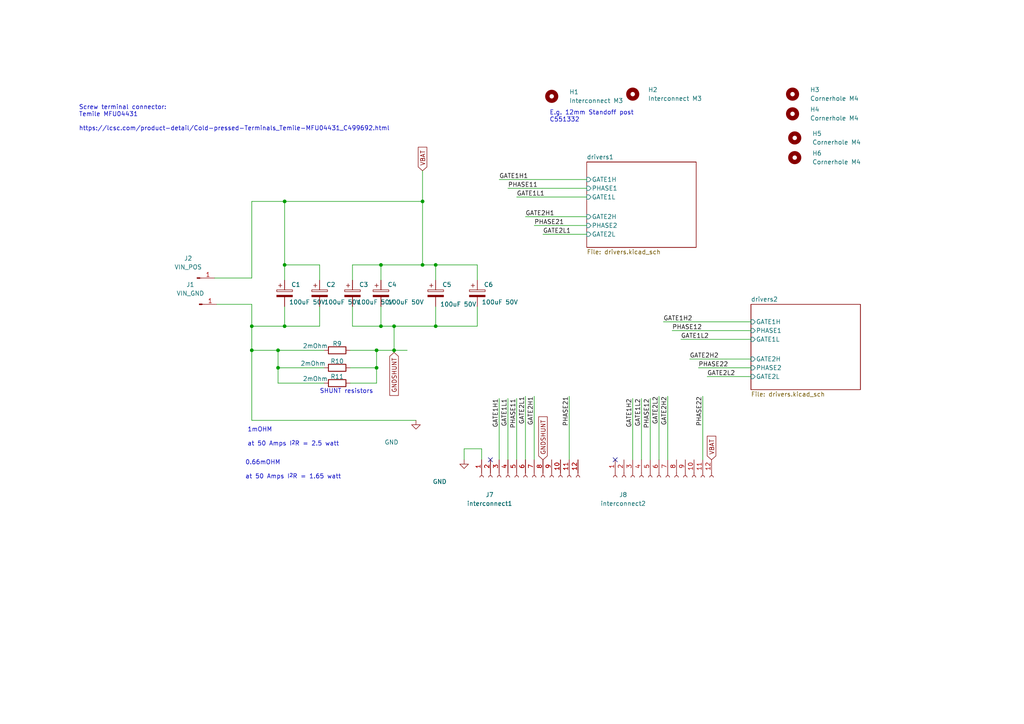
<source format=kicad_sch>
(kicad_sch (version 20210621) (generator eeschema)
  (paper "A4")
  (title_block (title "Feather ESC Power Board") (date "2021-11-20"))
  (lib_symbols
    (symbol "Connector:Conn_01x01_Male" (pin_names (offset 1.016) hide)
      (property "Reference" "J" (at 0 2.54 0))
      (property "Value" "Conn_01x01_Male" (at 0 -2.54 0))
      (symbol "Conn_01x01_Male_1_1"
        (polyline (pts (xy 1.27 0) (xy 0.8636 0)) (stroke (width 0.1524)))
        (rectangle (start 0.8636 0.127) (end 0 -0.127) (stroke (width 0.1524)) (fill (type outline)))
        (pin passive line (at 5.08 0 180) (length 3.81) (name "Pin_1") (number "1"))
      )
    )
    (symbol "Connector:Conn_01x12_Female" (pin_names (offset 1.016) hide)
      (property "Reference" "J" (at 0 15.24 0))
      (property "Value" "Conn_01x12_Female" (at 0 -17.78 0))
      (symbol "Conn_01x12_Female_1_1"
        (arc (start 0 -14.732) (mid -0.508 -15.24) (end 0 -15.748) (stroke (width 0.1524)))
        (arc (start 0 -12.192) (mid -0.508 -12.7) (end 0 -13.208) (stroke (width 0.1524)))
        (arc (start 0 -9.652) (mid -0.508 -10.16) (end 0 -10.668) (stroke (width 0.1524)))
        (arc (start 0 -7.112) (mid -0.508 -7.62) (end 0 -8.128) (stroke (width 0.1524)))
        (arc (start 0 -4.572) (mid -0.508 -5.08) (end 0 -5.588) (stroke (width 0.1524)))
        (arc (start 0 -2.032) (mid -0.508 -2.54) (end 0 -3.048) (stroke (width 0.1524)))
        (polyline (pts (xy -1.27 -15.24) (xy -0.508 -15.24)) (stroke (width 0.1524)))
        (polyline (pts (xy -1.27 -12.7) (xy -0.508 -12.7)) (stroke (width 0.1524)))
        (polyline (pts (xy -1.27 -10.16) (xy -0.508 -10.16)) (stroke (width 0.1524)))
        (polyline (pts (xy -1.27 -7.62) (xy -0.508 -7.62)) (stroke (width 0.1524)))
        (polyline (pts (xy -1.27 -5.08) (xy -0.508 -5.08)) (stroke (width 0.1524)))
        (polyline (pts (xy -1.27 -2.54) (xy -0.508 -2.54)) (stroke (width 0.1524)))
        (polyline (pts (xy -1.27 0) (xy -0.508 0)) (stroke (width 0.1524)))
        (polyline (pts (xy -1.27 2.54) (xy -0.508 2.54)) (stroke (width 0.1524)))
        (polyline (pts (xy -1.27 5.08) (xy -0.508 5.08)) (stroke (width 0.1524)))
        (polyline (pts (xy -1.27 7.62) (xy -0.508 7.62)) (stroke (width 0.1524)))
        (polyline (pts (xy -1.27 10.16) (xy -0.508 10.16)) (stroke (width 0.1524)))
        (polyline (pts (xy -1.27 12.7) (xy -0.508 12.7)) (stroke (width 0.1524)))
        (arc (start 0 0.508) (mid -0.508 0) (end 0 -0.508) (stroke (width 0.1524)))
        (arc (start 0 3.048) (mid -0.508 2.54) (end 0 2.032) (stroke (width 0.1524)))
        (arc (start 0 5.588) (mid -0.508 5.08) (end 0 4.572) (stroke (width 0.1524)))
        (arc (start 0 8.128) (mid -0.508 7.62) (end 0 7.112) (stroke (width 0.1524)))
        (arc (start 0 10.668) (mid -0.508 10.16) (end 0 9.652) (stroke (width 0.1524)))
        (arc (start 0 13.208) (mid -0.508 12.7) (end 0 12.192) (stroke (width 0.1524)))
        (pin passive line (at -5.08 12.7 0) (length 3.81) (name "Pin_1") (number "1"))
        (pin passive line (at -5.08 -10.16 0) (length 3.81) (name "Pin_10") (number "10"))
        (pin passive line (at -5.08 -12.7 0) (length 3.81) (name "Pin_11") (number "11"))
        (pin passive line (at -5.08 -15.24 0) (length 3.81) (name "Pin_12") (number "12"))
        (pin passive line (at -5.08 10.16 0) (length 3.81) (name "Pin_2") (number "2"))
        (pin passive line (at -5.08 7.62 0) (length 3.81) (name "Pin_3") (number "3"))
        (pin passive line (at -5.08 5.08 0) (length 3.81) (name "Pin_4") (number "4"))
        (pin passive line (at -5.08 2.54 0) (length 3.81) (name "Pin_5") (number "5"))
        (pin passive line (at -5.08 0 0) (length 3.81) (name "Pin_6") (number "6"))
        (pin passive line (at -5.08 -2.54 0) (length 3.81) (name "Pin_7") (number "7"))
        (pin passive line (at -5.08 -5.08 0) (length 3.81) (name "Pin_8") (number "8"))
        (pin passive line (at -5.08 -7.62 0) (length 3.81) (name "Pin_9") (number "9"))
      )
    )
    (symbol "Device:C_Polarized" (pin_numbers hide) (pin_names (offset 0.254))
      (property "Reference" "C" (at 0.635 2.54 0))
      (property "Value" "C_Polarized" (at 0.635 -2.54 0))
      (symbol "C_Polarized_0_1"
        (rectangle (start -2.286 0.508) (end 2.286 1.016))
        (polyline (pts (xy -1.778 2.286) (xy -0.762 2.286)))
        (polyline (pts (xy -1.27 2.794) (xy -1.27 1.778)))
        (rectangle (start 2.286 -0.508) (end -2.286 -1.016) (fill (type outline)))
      )
      (symbol "C_Polarized_1_1"
        (pin passive line (at 0 3.81 270) (length 2.794) (name "~") (number "1"))
        (pin passive line (at 0 -3.81 90) (length 2.794) (name "~") (number "2"))
      )
    )
    (symbol "Device:R" (pin_numbers hide) (pin_names (offset 0))
      (property "Reference" "R" (at 2.032 0 90))
      (property "Value" "R" (at 0 0 90))
      (symbol "R_0_1"
        (rectangle (start -1.016 -2.54) (end 1.016 2.54) (stroke (width 0.254)))
      )
      (symbol "R_1_1"
        (pin passive line (at 0 3.81 270) (length 1.27) (name "~") (number "1"))
        (pin passive line (at 0 -3.81 90) (length 1.27) (name "~") (number "2"))
      )
    )
    (symbol "Mechanical:MountingHole" (pin_names (offset 1.016))
      (property "Reference" "H" (at 0 5.08 0))
      (property "Value" "MountingHole" (at 0 3.175 0))
      (symbol "MountingHole_0_1"
        (circle (center 0 0) (radius 1.27) (stroke (width 1.27)))
      )
    )
    (symbol "power:GND" (power) (pin_names (offset 0))
      (property "Value" "GND" (at 0 -3.81 0))
      (symbol "GND_0_1"
        (polyline (pts (xy 0 0) (xy 0 -1.27) (xy 1.27 -1.27) (xy 0 -2.54) (xy -1.27 -1.27) (xy 0 -1.27)))
      )
      (symbol "GND_1_1"
        (pin power_in line (at 0 0 270) (length 0) hide (name "GND") (number "1"))
      )
    )
  )
  (junction (at 126.365 76.835))
  (junction (at 122.555 76.835))
  (junction (at 110.49 94.615))
  (junction (at 80.645 101.6))
  (junction (at 109.22 106.68))
  (junction (at 114.3 101.6))
  (junction (at 80.645 106.68))
  (junction (at 109.22 101.6))
  (junction (at 82.55 94.615))
  (junction (at 122.555 58.42))
  (junction (at 114.3 94.615))
  (junction (at 126.365 94.615))
  (junction (at 73.025 101.6))
  (junction (at 110.49 76.835))
  (junction (at 82.55 58.42))
  (junction (at 82.55 76.835))
  (junction (at 73.025 94.615))
  (no_connect (at 142.24 133.35))
  (no_connect (at 178.435 133.35))
  (wire (pts (xy 80.645 111.125) (xy 80.645 106.68)))
  (wire (pts (xy 93.98 111.125) (xy 80.645 111.125)))
  (wire (pts (xy 80.645 101.6) (xy 93.98 101.6)))
  (wire (pts (xy 73.025 101.6) (xy 80.645 101.6)))
  (wire (pts (xy 191.135 114.935) (xy 191.135 133.35)))
  (wire (pts (xy 193.675 114.935) (xy 193.675 133.35)))
  (wire (pts (xy 82.55 94.615) (xy 73.025 94.615)))
  (wire (pts (xy 82.55 88.9) (xy 82.55 94.615)))
  (wire (pts (xy 147.32 54.61) (xy 170.18 54.61)))
  (wire (pts (xy 102.235 94.615) (xy 110.49 94.615)))
  (wire (pts (xy 82.55 94.615) (xy 92.71 94.615)))
  (wire (pts (xy 157.48 67.945) (xy 170.18 67.945)))
  (wire (pts (xy 73.025 88.265) (xy 73.025 94.615)))
  (wire (pts (xy 73.025 101.6) (xy 73.025 121.92)))
  (wire (pts (xy 73.025 121.92) (xy 120.65 121.92)))
  (wire (pts (xy 73.025 94.615) (xy 73.025 101.6)))
  (wire (pts (xy 109.22 106.68) (xy 109.22 101.6)))
  (wire (pts (xy 109.22 111.125) (xy 109.22 106.68)))
  (wire (pts (xy 101.6 111.125) (xy 109.22 111.125)))
  (wire (pts (xy 165.1 114.935) (xy 165.1 133.35)))
  (wire (pts (xy 126.365 88.9) (xy 126.365 94.615)))
  (wire (pts (xy 102.235 81.28) (xy 102.235 76.835)))
  (wire (pts (xy 152.4 62.865) (xy 170.18 62.865)))
  (wire (pts (xy 110.49 94.615) (xy 114.3 94.615)))
  (wire (pts (xy 114.3 94.615) (xy 126.365 94.615)))
  (wire (pts (xy 126.365 94.615) (xy 138.43 94.615)))
  (wire (pts (xy 92.71 88.9) (xy 92.71 94.615)))
  (wire (pts (xy 154.94 114.935) (xy 154.94 133.35)))
  (wire (pts (xy 138.43 88.9) (xy 138.43 94.615)))
  (wire (pts (xy 122.555 49.53) (xy 122.555 58.42)))
  (wire (pts (xy 101.6 106.68) (xy 109.22 106.68)))
  (wire (pts (xy 110.49 88.9) (xy 110.49 94.615)))
  (wire (pts (xy 144.78 52.07) (xy 170.18 52.07)))
  (wire (pts (xy 118.11 101.6) (xy 114.3 101.6)))
  (wire (pts (xy 194.945 95.885) (xy 217.805 95.885)))
  (wire (pts (xy 186.055 115.57) (xy 186.055 133.35)))
  (wire (pts (xy 202.565 106.68) (xy 217.805 106.68)))
  (wire (pts (xy 154.94 65.405) (xy 170.18 65.405)))
  (wire (pts (xy 122.555 58.42) (xy 122.555 76.835)))
  (wire (pts (xy 126.365 81.28) (xy 126.365 76.835)))
  (wire (pts (xy 200.025 104.14) (xy 217.805 104.14)))
  (wire (pts (xy 93.98 106.68) (xy 80.645 106.68)))
  (wire (pts (xy 80.645 106.68) (xy 80.645 101.6)))
  (wire (pts (xy 149.86 57.15) (xy 170.18 57.15)))
  (wire (pts (xy 110.49 81.28) (xy 110.49 76.835)))
  (wire (pts (xy 110.49 76.835) (xy 102.235 76.835)))
  (wire (pts (xy 73.025 58.42) (xy 82.55 58.42)))
  (wire (pts (xy 82.55 58.42) (xy 122.555 58.42)))
  (wire (pts (xy 62.23 80.645) (xy 73.025 80.645)))
  (wire (pts (xy 110.49 76.835) (xy 122.555 76.835)))
  (wire (pts (xy 122.555 76.835) (xy 126.365 76.835)))
  (wire (pts (xy 139.7 133.35) (xy 139.7 130.175)))
  (wire (pts (xy 139.7 130.175) (xy 134.62 130.175)))
  (wire (pts (xy 134.62 130.175) (xy 134.62 133.35)))
  (wire (pts (xy 62.865 88.265) (xy 73.025 88.265)))
  (wire (pts (xy 73.025 80.645) (xy 73.025 58.42)))
  (wire (pts (xy 152.4 114.935) (xy 152.4 133.35)))
  (wire (pts (xy 114.3 94.615) (xy 114.3 101.6)))
  (wire (pts (xy 114.3 101.6) (xy 114.3 102.235)))
  (wire (pts (xy 205.105 109.22) (xy 217.805 109.22)))
  (wire (pts (xy 192.405 93.345) (xy 217.805 93.345)))
  (wire (pts (xy 203.835 114.935) (xy 203.835 133.35)))
  (wire (pts (xy 197.485 98.425) (xy 217.805 98.425)))
  (wire (pts (xy 102.235 88.9) (xy 102.235 94.615)))
  (wire (pts (xy 149.86 115.57) (xy 149.86 133.35)))
  (wire (pts (xy 92.71 76.835) (xy 82.55 76.835)))
  (wire (pts (xy 92.71 81.28) (xy 92.71 76.835)))
  (wire (pts (xy 138.43 81.28) (xy 138.43 76.835)))
  (wire (pts (xy 138.43 76.835) (xy 126.365 76.835)))
  (wire (pts (xy 109.22 101.6) (xy 114.3 101.6)))
  (wire (pts (xy 101.6 101.6) (xy 109.22 101.6)))
  (wire (pts (xy 188.595 115.57) (xy 188.595 133.35)))
  (wire (pts (xy 144.78 115.57) (xy 144.78 133.35)))
  (wire (pts (xy 183.515 115.57) (xy 183.515 133.35)))
  (wire (pts (xy 82.55 58.42) (xy 82.55 76.835)))
  (wire (pts (xy 82.55 76.835) (xy 82.55 81.28)))
  (wire (pts (xy 147.32 115.57) (xy 147.32 133.35)))
  (text "1mOHM \n\nat 50 Amps I^{2}R = 2.5 watt" (at 71.755 129.54 0) (effects (font (size 1.27 1.27)) (justify left bottom)))
  (text "Screw terminal connector:\nTemile MFU04431\n\nhttps://lcsc.com/product-detail/Cold-pressed-Terminals_Temile-MFU04431_C499692.html\n" (at 22.86 38.1 0) (effects (font (size 1.27 1.27)) (justify left bottom)))
  (text "0.66mOHM \n\nat 50 Amps I^{2}R = 1.65 watt" (at 71.12 139.065 0) (effects (font (size 1.27 1.27)) (justify left bottom)))
  (text "E.g. 12mm Standoff post\nC551332" (at 159.385 35.56 0) (effects (font (size 1.27 1.27)) (justify left bottom)))
  (text "SHUNT resistors" (at 92.71 114.3 0) (effects (font (size 1.27 1.27)) (justify left bottom)))
  (label "GATE1H1" (at 144.78 115.57 270))
  (label "GATE2H1" (at 152.4 62.865 0))
  (label "GATE1L1" (at 147.32 115.57 270))
  (label "GATE1H2" (at 183.515 115.57 270))
  (label "GATE2H2" (at 200.025 104.14 0))
  (label "GATE2L1" (at 152.4 114.935 270))
  (label "GATE1H1" (at 144.78 52.07 0))
  (label "PHASE21" (at 165.1 114.935 270))
  (label "GATE2L1" (at 157.48 67.945 0))
  (label "GATE1L2" (at 186.055 115.57 270))
  (label "GATE1H2" (at 192.405 93.345 0))
  (label "GATE2L2" (at 205.105 109.22 0))
  (label "PHASE12" (at 194.945 95.885 0))
  (label "GATE1L2" (at 197.485 98.425 0))
  (label "GATE2H2" (at 193.675 114.935 270))
  (label "PHASE22" (at 202.565 106.68 0))
  (label "GATE2H1" (at 154.94 114.935 270))
  (label "PHASE12" (at 188.595 115.57 270))
  (label "PHASE11" (at 149.86 115.57 270))
  (label "PHASE22" (at 203.835 114.935 270))
  (label "PHASE11" (at 147.32 54.61 0))
  (label "PHASE21" (at 154.94 65.405 0))
  (label "GATE1L1" (at 149.86 57.15 0))
  (label "GATE2L2" (at 191.135 114.935 270))
  (global_label "VBAT" (shape input) (at 206.375 133.35 90) (property "Intersheet References" "${INTERSHEET_REFS}" (effects hide)))
  (global_label "GNDSHUNT" (shape input) (at 157.48 133.35 90) (property "Intersheet References" "${INTERSHEET_REFS}" (effects hide)))
  (global_label "VBAT" (shape input) (at 122.555 49.53 90) (property "Intersheet References" "${INTERSHEET_REFS}" (effects hide)))
  (global_label "GNDSHUNT" (shape input) (at 114.3 102.235 270) (property "Intersheet References" "${INTERSHEET_REFS}" (effects hide)))
  (symbol (lib_id "Device:C_Polarized") (at 126.365 85.09 0) (unit 1)
    (property "Reference" "C5" (at 128.27 82.55 0) (effects (justify left)))
    (property "Value" "100uF 50V" (at 127.635 88.265 0) (effects (justify left)))
    (property "Footprint" "Capacitor_SMD:CP_Elec_8x10" (effects hide))
    (property "MPN" "UUD1H101MNL1GS" (effects hide))
    (property "Manufacturer" "Nichicon" (effects hide))
  )
  (symbol (lib_id "power:GND") (at 120.65 121.92 0) (unit 1)
    (property "Reference" "#PWR01" (effects hide))
    (property "Value" "GND" (at 113.5553 128.27 0))
  )
  (symbol (lib_id "Connector:Conn_01x12_Female") (at 152.4 138.43 90) (mirror x) (unit 1)
    (property "Reference" "J7" (at 142.0094 143.51 90))
    (property "Value" "interconnect1" (at 142.0094 146.05 90))
    (property "Footprint" "Connector_PinSocket_2.54mm:PinSocket_1x12_P2.54mm_Vertical" (effects hide))
  )
  (symbol (lib_id "Device:C_Polarized") (at 82.55 85.09 0) (unit 1)
    (property "Reference" "C1" (at 84.455 82.55 0) (effects (justify left)))
    (property "Value" "100uF 50V" (at 83.82 87.63 0) (effects (justify left)))
    (property "Footprint" "Capacitor_SMD:CP_Elec_8x10" (effects hide))
    (property "Manufacturer" "Nichicon" (effects hide))
    (property "MPN" "UUD1H101MNL1GS" (effects hide))
  )
  (symbol (lib_id "Connector:Conn_01x12_Female") (at 191.135 138.43 90) (mirror x) (unit 1)
    (property "Reference" "J8" (at 180.7444 143.51 90))
    (property "Value" "interconnect2" (at 180.7444 146.05 90))
    (property "Footprint" "Connector_PinSocket_2.54mm:PinSocket_1x12_P2.54mm_Vertical" (effects hide))
  )
  (symbol (lib_id "Mechanical:MountingHole") (at 229.87 27.305 0) (unit 1)
    (property "Reference" "H3" (at 234.95 26.0349 0) (effects (justify left)))
    (property "Value" "Cornerhole M4" (at 234.95 28.5749 0) (effects (justify left)))
    (property "Footprint" "MountingHole:MountingHole_4.3mm_M4" (effects hide))
  )
  (symbol (lib_id "Device:R") (at 97.79 101.6 90) (unit 1)
    (property "Reference" "R9" (at 97.79 99.695 90))
    (property "Value" "2mOhm" (at 91.44 100.33 90))
    (property "Footprint" "Resistor_SMD:R_2512_6332Metric_Pad1.40x3.35mm_HandSolder" (effects hide))
  )
  (symbol (lib_id "Connector:Conn_01x01_Male") (at 57.15 80.645 0) (unit 1)
    (property "Reference" "J2" (at 54.5719 74.93 0))
    (property "Value" "VIN_POS" (at 54.5719 77.47 0))
    (property "Footprint" "featheresc:screw_lug_terminal" (effects hide))
  )
  (symbol (lib_id "Connector:Conn_01x01_Male") (at 57.785 88.265 0) (unit 1)
    (property "Reference" "J1" (at 55.2069 82.55 0))
    (property "Value" "VIN_GND" (at 55.2069 85.09 0))
    (property "Footprint" "featheresc:screw_lug_terminal" (effects hide))
  )
  (symbol (lib_id "Mechanical:MountingHole") (at 230.505 45.72 0) (unit 1)
    (property "Reference" "H6" (at 235.585 44.4499 0) (effects (justify left)))
    (property "Value" "Cornerhole M4" (at 235.585 46.9899 0) (effects (justify left)))
    (property "Footprint" "MountingHole:MountingHole_4.3mm_M4" (effects hide))
  )
  (symbol (lib_id "power:GND") (at 134.62 133.35 0) (unit 1)
    (property "Reference" "#PWR04" (effects hide))
    (property "Value" "GND" (at 127.5253 139.7 0))
  )
  (symbol (lib_id "Mechanical:MountingHole") (at 160.02 27.94 0) (unit 1)
    (property "Reference" "H1" (at 165.1 26.6699 0) (effects (justify left)))
    (property "Value" "Interconnect M3" (at 165.1 29.2099 0) (effects (justify left)))
    (property "Footprint" "featheresc:MountingHole_M3_with_standoff" (effects hide))
  )
  (symbol (lib_id "Device:C_Polarized") (at 102.235 85.09 0) (unit 1)
    (property "Reference" "C3" (at 104.14 82.55 0) (effects (justify left)))
    (property "Value" "100uF 50V" (at 103.505 87.63 0) (effects (justify left)))
    (property "Footprint" "Capacitor_SMD:CP_Elec_8x10" (effects hide))
    (property "MPN" "UUD1H101MNL1GS" (effects hide))
    (property "Manufacturer" "Nichicon" (effects hide))
  )
  (symbol (lib_id "Mechanical:MountingHole") (at 230.505 40.005 0) (unit 1)
    (property "Reference" "H5" (at 235.585 38.7349 0) (effects (justify left)))
    (property "Value" "Cornerhole M4" (at 235.585 41.2749 0) (effects (justify left)))
    (property "Footprint" "MountingHole:MountingHole_4.3mm_M4" (effects hide))
  )
  (symbol (lib_id "Mechanical:MountingHole") (at 229.87 33.02 0) (unit 1)
    (property "Reference" "H4" (at 234.95 31.7499 0) (effects (justify left)))
    (property "Value" "Cornerhole M4" (at 234.95 34.2899 0) (effects (justify left)))
    (property "Footprint" "MountingHole:MountingHole_4.3mm_M4" (effects hide))
  )
  (symbol (lib_id "Device:C_Polarized") (at 92.71 85.09 0) (unit 1)
    (property "Reference" "C2" (at 94.615 82.55 0) (effects (justify left)))
    (property "Value" "100uF 50V" (at 93.98 87.63 0) (effects (justify left)))
    (property "Footprint" "Capacitor_SMD:CP_Elec_8x10" (effects hide))
    (property "MPN" "UUD1H101MNL1GS" (effects hide))
    (property "Manufacturer" "Nichicon" (effects hide))
  )
  (symbol (lib_id "Mechanical:MountingHole") (at 183.515 27.305 0) (unit 1)
    (property "Reference" "H2" (at 187.96 26.0349 0) (effects (justify left)))
    (property "Value" "Interconnect M3" (at 187.96 28.5749 0) (effects (justify left)))
    (property "Footprint" "featheresc:MountingHole_M3_with_standoff" (effects hide))
  )
  (symbol (lib_id "Device:R") (at 97.79 106.68 90) (unit 1)
    (property "Reference" "R10" (at 97.79 104.775 90))
    (property "Value" "2mOhm" (at 90.805 105.41 90))
    (property "Footprint" "Resistor_SMD:R_2512_6332Metric_Pad1.40x3.35mm_HandSolder" (effects hide))
  )
  (symbol (lib_id "Device:C_Polarized") (at 138.43 85.09 0) (unit 1)
    (property "Reference" "C6" (at 140.335 82.55 0) (effects (justify left)))
    (property "Value" "100uF 50V" (at 139.7 87.63 0) (effects (justify left)))
    (property "Footprint" "Capacitor_SMD:CP_Elec_8x10" (effects hide))
    (property "MPN" "UUD1H101MNL1GS" (effects hide))
    (property "Manufacturer" "Nichicon" (effects hide))
  )
  (symbol (lib_id "Device:C_Polarized") (at 110.49 85.09 0) (unit 1)
    (property "Reference" "C4" (at 112.395 82.55 0) (effects (justify left)))
    (property "Value" "100uF 50V" (at 112.395 87.63 0) (effects (justify left)))
    (property "Footprint" "Capacitor_SMD:CP_Elec_8x10" (effects hide))
    (property "MPN" "UUD1H101MNL1GS" (effects hide))
    (property "Manufacturer" "Nichicon" (effects hide))
  )
  (symbol (lib_id "Device:R") (at 97.79 111.125 90) (unit 1)
    (property "Reference" "R11" (at 97.79 109.22 90))
    (property "Value" "2mOhm" (at 91.44 109.855 90))
    (property "Footprint" "Resistor_SMD:R_2512_6332Metric_Pad1.40x3.35mm_HandSolder" (effects hide))
  )
  (sheet (at 170.18 46.99) (size 31.75 24.765) (stroke (width 0.1524))
    (property "Sheet name" "drivers1" (at 170.18 46.2784 0) (effects (justify left bottom)))
    (property "Sheet file" "drivers.kicad_sch" (at 170.18 72.3396 0) (effects (justify left top)))
    (pin "GATE2H" input (at 170.18 62.865 180))
    (pin "GATE1H" input (at 170.18 52.07 180))
    (pin "GATE1L" input (at 170.18 57.15 180))
    (pin "PHASE1" input (at 170.18 54.61 180))
    (pin "GATE2L" input (at 170.18 67.945 180))
    (pin "PHASE2" input (at 170.18 65.405 180))
  )
  (sheet (at 217.805 88.265) (size 31.75 24.765) (stroke (width 0.1524))
    (property "Sheet name" "drivers2" (at 217.805 87.5534 0) (effects (justify left bottom)))
    (property "Sheet file" "drivers.kicad_sch" (at 217.805 113.6146 0) (effects (justify left top)))
    (pin "GATE2H" input (at 217.805 104.14 180))
    (pin "GATE1H" input (at 217.805 93.345 180))
    (pin "GATE1L" input (at 217.805 98.425 180))
    (pin "PHASE1" input (at 217.805 95.885 180))
    (pin "GATE2L" input (at 217.805 109.22 180))
    (pin "PHASE2" input (at 217.805 106.68 180))
  )
)
</source>
